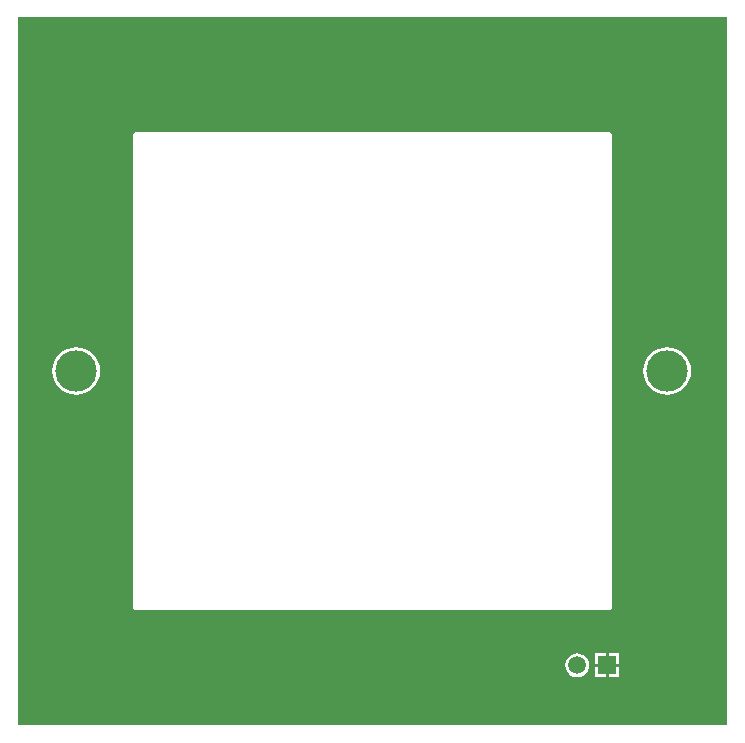
<source format=gbl>
G04*
G04 #@! TF.GenerationSoftware,Altium Limited,Altium Designer,19.0.10 (269)*
G04*
G04 Layer_Physical_Order=2*
G04 Layer_Color=16711680*
%FSLAX25Y25*%
%MOIN*%
G70*
G01*
G75*
%ADD30C,0.13780*%
%ADD31R,0.05906X0.05906*%
%ADD32C,0.05906*%
G36*
X351500Y110500D02*
X115000D01*
Y346500D01*
X351500D01*
Y110500D01*
D02*
G37*
%LPC*%
G36*
X331500Y236538D02*
X329953Y236386D01*
X328466Y235935D01*
X327096Y235202D01*
X325894Y234216D01*
X324908Y233015D01*
X324176Y231644D01*
X323724Y230157D01*
X323572Y228610D01*
X323724Y227064D01*
X324176Y225576D01*
X324908Y224206D01*
X325894Y223004D01*
X327096Y222018D01*
X328466Y221286D01*
X329953Y220835D01*
X331500Y220682D01*
X333047Y220835D01*
X334534Y221286D01*
X335905Y222018D01*
X337106Y223004D01*
X338092Y224206D01*
X338825Y225576D01*
X339276Y227064D01*
X339428Y228610D01*
X339276Y230157D01*
X338825Y231644D01*
X338092Y233015D01*
X337106Y234216D01*
X335905Y235202D01*
X334534Y235935D01*
X333047Y236386D01*
X331500Y236538D01*
D02*
G37*
G36*
X134500D02*
X132953Y236386D01*
X131466Y235935D01*
X130096Y235202D01*
X128894Y234216D01*
X127908Y233015D01*
X127175Y231644D01*
X126724Y230157D01*
X126572Y228610D01*
X126724Y227064D01*
X127175Y225576D01*
X127908Y224206D01*
X128894Y223004D01*
X130096Y222018D01*
X131466Y221286D01*
X132953Y220835D01*
X134500Y220682D01*
X136047Y220835D01*
X137534Y221286D01*
X138905Y222018D01*
X140106Y223004D01*
X141092Y224206D01*
X141824Y225576D01*
X142276Y227064D01*
X142428Y228610D01*
X142276Y230157D01*
X141824Y231644D01*
X141092Y233015D01*
X140106Y234216D01*
X138905Y235202D01*
X137534Y235935D01*
X136047Y236386D01*
X134500Y236538D01*
D02*
G37*
G36*
X311980Y308370D02*
X154500D01*
X154110Y308292D01*
X153779Y308071D01*
X153558Y307741D01*
X153480Y307350D01*
Y149870D01*
X153558Y149480D01*
X153779Y149149D01*
X154110Y148928D01*
X154500Y148851D01*
X311980D01*
X312370Y148928D01*
X312701Y149149D01*
X312922Y149480D01*
X313000Y149870D01*
Y307350D01*
X312922Y307741D01*
X312701Y308071D01*
X312370Y308292D01*
X311980Y308370D01*
D02*
G37*
G36*
X315453Y134453D02*
X312000D01*
Y131000D01*
X315453D01*
Y134453D01*
D02*
G37*
G36*
X311000D02*
X307547D01*
Y131000D01*
X311000D01*
Y134453D01*
D02*
G37*
G36*
X315453Y130000D02*
X312000D01*
Y126547D01*
X315453D01*
Y130000D01*
D02*
G37*
G36*
X311000D02*
X307547D01*
Y126547D01*
X311000D01*
Y130000D01*
D02*
G37*
G36*
X301500Y134487D02*
X300468Y134351D01*
X299507Y133953D01*
X298681Y133319D01*
X298047Y132493D01*
X297649Y131532D01*
X297513Y130500D01*
X297649Y129468D01*
X298047Y128507D01*
X298681Y127681D01*
X299507Y127047D01*
X300468Y126649D01*
X301500Y126513D01*
X302532Y126649D01*
X303493Y127047D01*
X304319Y127681D01*
X304953Y128507D01*
X305351Y129468D01*
X305487Y130500D01*
X305351Y131532D01*
X304953Y132493D01*
X304319Y133319D01*
X303493Y133953D01*
X302532Y134351D01*
X301500Y134487D01*
D02*
G37*
%LPD*%
D30*
X134500Y228610D02*
D03*
X331500D02*
D03*
D31*
X311500Y130500D02*
D03*
D32*
X301500D02*
D03*
M02*

</source>
